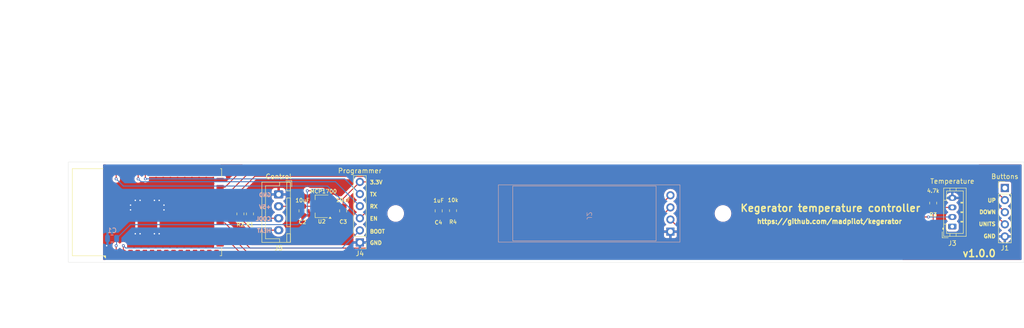
<source format=kicad_pcb>
(kicad_pcb (version 20240108) (generator "pcbnew") (generator_version "8.0")
  (layers (0 "F.Cu" signal) (31 "B.Cu" signal) (34 "B.Paste" user) (35 "F.Paste" user) (36 "B.SilkS" user "B.Silkscreen") (37 "F.SilkS" user "F.Silkscreen") (38 "B.Mask" user) (39 "F.Mask" user) (44 "Edge.Cuts" user))
  (net 0 "")
  (net 1 "GND")
  (net 2 "+3V3")
  (net 3 "+5V")
  (net 4 "COMPRESSOR")
  (net 5 "EN")
  (net 9 "TEMP")
  (net 13 "SCL")
  (net 22 "TEMP_UP")
  (net 23 "UNITS")
  (net 26 "TEMP_DOWN")
  (net 28 "SDA")
  (net 31 "RX")
  (net 33 "TX")
  (net 40 "BOOT")
  (net 42 "/HEAT")
  (net 43 "HEATER")
  (net 44 "/COOL")
  (footprint "Connector_JST:JST_XH_B4B-XH-A_1x04_P2.50mm_Vertical" (layer "F.Cu") (at 115 32.75 -90)
    (property "Reference" "J5" (at 11.25 0 0) (layer "F.SilkS"))
    (property "Value" "Control" (at -3.75 0 0) (layer "F.SilkS"))
    (fp_line (start -2.56 3.51) (end 10.06 3.51) (stroke (width 0.12)) (layer "F.SilkS"))
    (fp_line (start 10.06 3.51) (end 10.06 -2.46) (stroke (width 0.12)) (layer "F.SilkS"))
    (fp_line (start -1.8 2.75) (end 3.75 2.75) (stroke (width 0.12)) (layer "F.SilkS"))
    (fp_line (start 9.3 2.75) (end 3.75 2.75) (stroke (width 0.12)) (layer "F.SilkS"))
    (fp_line (start -2.55 -0.2) (end -1.8 -0.2) (stroke (width 0.12)) (layer "F.SilkS"))
    (fp_line (start -1.8 -0.2) (end -1.8 2.75) (stroke (width 0.12)) (layer "F.SilkS"))
    (fp_line (start 9.3 -0.2) (end 9.3 2.75) (stroke (width 0.12)) (layer "F.SilkS"))
    (fp_line (start 10.05 -0.2) (end 9.3 -0.2) (stroke (width 0.12)) (layer "F.SilkS"))
    (fp_line (start -2.55 -1.7) (end -0.75 -1.7) (stroke (width 0.12)) (layer "F.SilkS"))
    (fp_line (start -0.75 -1.7) (end -0.75 -2.45) (stroke (width 0.12)) (layer "F.SilkS"))
    (fp_line (start 0.75 -1.7) (end 6.75 -1.7) (stroke (width 0.12)) (layer "F.SilkS"))
    (fp_line (start 6.75 -1.7) (end 6.75 -2.45) (stroke (width 0.12)) (layer "F.SilkS"))
    (fp_line (start 8.25 -1.7) (end 10.05 -1.7) (stroke (width 0.12)) (layer "F.SilkS"))
    (fp_line (start 10.05 -1.7) (end 10.05 -2.45) (stroke (width 0.12)) (layer "F.SilkS"))
    (fp_line (start -2.55 -2.45) (end -2.55 -1.7) (stroke (width 0.12)) (layer "F.SilkS"))
    (fp_line (start -0.75 -2.45) (end -2.55 -2.45) (stroke (width 0.12)) (layer "F.SilkS"))
    (fp_line (start 0.75 -2.45) (end 0.75 -1.7) (stroke (width 0.12)) (layer "F.SilkS"))
    (fp_line (start 6.75 -2.45) (end 0.75 -2.45) (stroke (width 0.12)) (layer "F.SilkS"))
    (fp_line (start 8.25 -2.45) (end 8.25 -1.7) (stroke (width 0.12)) (layer "F.SilkS"))
    (fp_line (start 10.05 -2.45) (end 8.25 -2.45) (stroke (width 0.12)) (layer "F.SilkS"))
    (fp_line (start -2.56 -2.46) (end -2.56 3.51) (stroke (width 0.12)) (layer "F.SilkS"))
    (fp_line (start 10.06 -2.46) (end -2.56 -2.46) (stroke (width 0.12)) (layer "F.SilkS"))
    (fp_line (start -2.85 -2.75) (end -2.85 -1.5) (stroke (width 0.12)) (layer "F.SilkS"))
    (fp_line (start -1.6 -2.75) (end -2.85 -2.75) (stroke (width 0.12)) (layer "F.SilkS"))
    (pad "1" thru_hole roundrect (at 0 0 270) (size 1.7 1.95) (drill 0.95) (layers "*.Cu" "*.Mask") (roundrect_rratio 0.147059) (net 1 "GND"))
    (pad "2" thru_hole oval (at 2.5 0 270) (size 1.7 1.95) (drill 0.95) (layers "*.Cu" "*.Mask") (net 3 "+5V"))
    (pad "3" thru_hole oval (at 5 0 270) (size 1.7 1.95) (drill 0.95) (layers "*.Cu" "*.Mask") (net 44 "/COOL"))
    (pad "4" thru_hole oval (at 7.5 0 270) (size 1.7 1.95) (drill 0.95) (layers "*.Cu" "*.Mask") (net 42 "/HEAT"))
  )
  (footprint "Resistor_SMD:R_0805_2012Metric" (layer "F.Cu") (at 151.5 36.1625 -90)
    (property "Reference" "R4" (at 2.366552 0 180) (layer "F.SilkS") (effects (font (size 0.8 0.8))))
    (property "Value" "10k" (at -2.21499 0 180) (layer "F.SilkS") (effects (font (size 0.8 0.8))))
    (fp_line (start -0.227064 0.735) (end 0.227064 0.735) (stroke (width 0.12)) (layer "F.SilkS"))
    (fp_line (start -0.227064 -0.735) (end 0.227064 -0.735) (stroke (width 0.12)) (layer "F.SilkS"))
    (pad "1" smd roundrect (at -0.9125 0 270) (size 1.025 1.4) (layers "F.Cu" "F.Paste" "F.Mask") (roundrect_rratio 0.243902) (net 2 "+3V3"))
    (pad "2" smd roundrect (at 0.9125 0 270) (size 1.025 1.4) (layers "F.Cu" "F.Paste" "F.Mask") (roundrect_rratio 0.243902) (net 5 "EN"))
  )
  (footprint "Resistor_SMD:R_0805_2012Metric" (layer "F.Cu") (at 109 36.8375 90)
    (property "Reference" "R1" (at -2.224554 -0.001059 0) (layer "F.SilkS") (effects (font (size 0.8 0.8))))
    (property "Value" "1.3k" (hide yes))
    (fp_line (start -0.227064 -0.735) (end 0.227064 -0.735) (stroke (width 0.12)) (layer "F.SilkS"))
    (fp_line (start -0.227064 0.735) (end 0.227064 0.735) (stroke (width 0.12)) (layer "F.SilkS"))
    (pad "1" smd roundrect (at -0.9125 0 90) (size 1.025 1.4) (layers "F.Cu" "F.Paste" "F.Mask") (roundrect_rratio 0.243902) (net 44 "/COOL"))
    (pad "2" smd roundrect (at 0.9125 0 90) (size 1.025 1.4) (layers "F.Cu" "F.Paste" "F.Mask") (roundrect_rratio 0.243902) (net 4 "COMPRESSOR"))
  )
  (footprint "Connector_PinHeader_2.54mm:PinHeader_1x05_P2.54mm_Vertical" (layer "F.Cu") (at 267 31.407037)
    (property "Reference" "J1" (at 0 12.592963 0) (layer "F.SilkS"))
    (property "Value" "Buttons" (at 0 -2.407037 0) (layer "F.SilkS"))
    (fp_line (start -1.33 -1.33) (end 0 -1.33) (stroke (width 0.12)) (layer "F.SilkS"))
    (fp_line (start -1.33 0) (end -1.33 -1.33) (stroke (width 0.12)) (layer "F.SilkS"))
    (fp_line (start -1.33 1.27) (end -1.33 11.49) (stroke (width 0.12)) (layer "F.SilkS"))
    (fp_line (start -1.33 1.27) (end 1.33 1.27) (stroke (width 0.12)) (layer "F.SilkS"))
    (fp_line (start -1.33 11.49) (end 1.33 11.49) (stroke (width 0.12)) (layer "F.SilkS"))
    (fp_line (start 1.33 1.27) (end 1.33 11.49) (stroke (width 0.12)) (layer "F.SilkS"))
    (pad "1" thru_hole rect (at 0 0) (size 1.7 1.7) (drill 1) (layers "*.Cu" "*.Mask"))
    (pad "2" thru_hole oval (at 0 2.54) (size 1.7 1.7) (drill 1) (layers "*.Cu" "*.Mask") (net 22 "TEMP_UP"))
    (pad "3" thru_hole oval (at 0 5.08) (size 1.7 1.7) (drill 1) (layers "*.Cu" "*.Mask") (net 26 "TEMP_DOWN"))
    (pad "4" thru_hole oval (at 0 7.62) (size 1.7 1.7) (drill 1) (layers "*.Cu" "*.Mask") (net 23 "UNITS"))
    (pad "5" thru_hole oval (at 0 10.16) (size 1.7 1.7) (drill 1) (layers "*.Cu" "*.Mask") (net 1 "GND"))
  )
  (footprint "MountingHole:MountingHole_3mm" (layer "F.Cu") (at 208 36.75)
    (property "Reference" "H2" (hide yes))
    (property "Value" "MountingHole" (hide yes))
    (pad "" np_thru_hole circle (at 0 0) (size 3 3) (drill 3) (layers "*.Cu" "*.Mask"))
  )
  (footprint "Capacitor_SMD:C_0805_2012Metric" (layer "F.Cu") (at 128.5 36.2 -90)
    (property "Reference" "C3" (at 2.291255 -0.018031 180) (layer "F.SilkS") (effects (font (size 0.8 0.8))))
    (property "Value" "10uF" (at -2.253926 0 180) (layer "F.SilkS") (effects (font (size 0.8 0.8))))
    (fp_line (start -0.261252 0.735) (end 0.261252 0.735) (stroke (width 0.12)) (layer "F.SilkS"))
    (fp_line (start -0.261252 -0.735) (end 0.261252 -0.735) (stroke (width 0.12)) (layer "F.SilkS"))
    (pad "1" smd roundrect (at -0.95 0 270) (size 1 1.45) (layers "F.Cu" "F.Paste" "F.Mask") (net 2 "+3V3"))
    (pad "2" smd roundrect (at 0.95 0 270) (size 1 1.45) (layers "F.Cu" "F.Paste" "F.Mask") (net 1 "GND"))
  )
  (footprint "Resistor_SMD:R_0805_2012Metric" (layer "F.Cu") (at 107 36.8375 90)
    (property "Reference" "R2" (at -2.224554 -0.013092 0) (layer "F.SilkS") (effects (font (size 0.8 0.8))))
    (property "Value" "1.3k" (hide yes))
    (fp_line (start -0.227064 -0.735) (end 0.227064 -0.735) (stroke (width 0.12)) (layer "F.SilkS"))
    (fp_line (start -0.227064 0.735) (end 0.227064 0.735) (stroke (width 0.12)) (layer "F.SilkS"))
    (pad "1" smd roundrect (at -0.9125 0 90) (size 1.025 1.4) (layers "F.Cu" "F.Paste" "F.Mask") (roundrect_rratio 0.243902) (net 42 "/HEAT"))
    (pad "2" smd roundrect (at 0.9125 0 90) (size 1.025 1.4) (layers "F.Cu" "F.Paste" "F.Mask") (roundrect_rratio 0.243902) (net 43 "HEATER"))
  )
  (footprint "Resistor_SMD:R_0805_2012Metric" (layer "F.Cu") (at 252 34.569537 -90)
    (property "Reference" "R3" (at 2.430463 0 180) (layer "F.SilkS") (effects (font (size 0.8 0.8))))
    (property "Value" "4.7k" (at -2.569537 0 180) (layer "F.SilkS") (effects (font (size 0.8 0.8))))
    (fp_line (start -0.227064 0.735) (end 0.227064 0.735) (stroke (width 0.12)) (layer "F.SilkS"))
    (fp_line (start -0.227064 -0.735) (end 0.227064 -0.735) (stroke (width 0.12)) (layer "F.SilkS"))
    (pad "1" smd roundrect (at -0.9125 0 270) (size 1.025 1.4) (layers "F.Cu" "F.Paste" "F.Mask") (roundrect_rratio 0.243902) (net 2 "+3V3"))
    (pad "2" smd roundrect (at 0.9125 0 270) (size 1.025 1.4) (layers "F.Cu" "F.Paste" "F.Mask") (roundrect_rratio 0.243902) (net 9 "TEMP"))
  )
  (footprint "Capacitor_SMD:C_0805_2012Metric" (layer "F.Cu") (at 148.5 36.2 -90)
    (property "Reference" "C4" (at 2.433331 0.047565 180) (layer "F.SilkS") (effects (font (size 0.8 0.8))))
    (property "Value" "1uF" (at -2.170583 0.013462 180) (layer "F.SilkS") (effects (font (size 0.8 0.8))))
    (fp_line (start -0.261252 0.735) (end 0.261252 0.735) (stroke (width 0.12)) (layer "F.SilkS"))
    (fp_line (start -0.261252 -0.735) (end 0.261252 -0.735) (stroke (width 0.12)) (layer "F.SilkS"))
    (pad "1" smd roundrect (at -0.95 0 270) (size 1 1.45) (layers "F.Cu" "F.Paste" "F.Mask") (net 5 "EN"))
    (pad "2" smd roundrect (at 0.95 0 270) (size 1 1.45) (layers "F.Cu" "F.Paste" "F.Mask") (net 1 "GND"))
  )
  (footprint "RF_Module:ESP32-S2-WROVER" (layer "F.Cu") (at 91.275 36.482037 90)
    (property "Reference" "U1" (hide yes))
    (property "Value" "ESP32-S2-WROVER")
    (fp_line (start -9.125 -19.45) (end 9.13 -19.45) (stroke (width 0.12)) (layer "F.SilkS"))
    (fp_line (start -9.125 -13.2) (end -9.125 -19.45) (stroke (width 0.12)) (layer "F.SilkS"))
    (fp_line (start 9.13 -13.03) (end 9.13 -19.45) (stroke (width 0.12)) (layer "F.SilkS"))
    (fp_line (start -9.12 11.44) (end -9.12 11.8) (stroke (width 0.12)) (layer "F.SilkS"))
    (fp_line (start 9.12 11.54) (end 9.12 11.8) (stroke (width 0.12)) (layer "F.SilkS"))
    (fp_line (start 9.12 11.8) (end 7.46 11.8) (stroke (width 0.12)) (layer "F.SilkS"))
    (fp_line (start -9.12 11.8) (end -7.46 11.8) (stroke (width 0.12)) (layer "F.SilkS"))
    (fp_poly (pts (xy -9.125 -12.475) (xy -9.625 -12.475) (xy -9.125 -12.975) (xy -9.125 -12.475)) (stroke (width 0.12)) (fill solid) (layer "F.SilkS"))
    (pad "1" smd rect (at -8.625 -11.775 90) (size 1.5 0.9) (layers "F.Cu" "F.Paste" "F.Mask") (net 1 "GND"))
    (pad "2" smd rect (at -8.625 -10.275 90) (size 1.5 0.9) (layers "F.Cu" "F.Paste" "F.Mask") (net 2 "+3V3"))
    (pad "3" smd rect (at -8.625 -8.775 90) (size 1.5 0.9) (layers "F.Cu" "F.Paste" "F.Mask") (net 40 "BOOT"))
    (pad "4" smd rect (at -8.625 -7.275 90) (size 1.5 0.9) (layers "F.Cu" "F.Paste" "F.Mask"))
    (pad "5" smd rect (at -8.625 -5.775 90) (size 1.5 0.9) (layers "F.Cu" "F.Paste" "F.Mask"))
    (pad "6" smd rect (at -8.625 -4.275 90) (size 1.5 0.9) (layers "F.Cu" "F.Paste" "F.Mask"))
    (pad "7" smd rect (at -8.625 -2.775 90) (size 1.5 0.9) (layers "F.Cu" "F.Paste" "F.Mask"))
    (pad "8" smd rect (at -8.625 -1.275 90) (size 1.5 0.9) (layers "F.Cu" "F.Paste" "F.Mask"))
    (pad "9" smd rect (at -8.625 0.225 90) (size 1.5 0.9) (layers "F.Cu" "F.Paste" "F.Mask"))
    (pad "10" smd rect (at -8.625 1.725 90) (size 1.5 0.9) (layers "F.Cu" "F.Paste" "F.Mask"))
    (pad "11" smd rect (at -8.625 3.225 90) (size 1.5 0.9) (layers "F.Cu" "F.Paste" "F.Mask"))
    (pad "12" smd rect (at -8.625 4.725 90) (size 1.5 0.9) (layers "F.Cu" "F.Paste" "F.Mask"))
    (pad "13" smd rect (at -8.625 6.225 90) (size 1.5 0.9) (layers "F.Cu" "F.Paste" "F.Mask"))
    (pad "14" smd rect (at -8.625 7.725 90) (size 1.5 0.9) (layers "F.Cu" "F.Paste" "F.Mask"))
    (pad "15" smd rect (at -8.625 9.225 270) (size 1.5 0.9) (layers "F.Cu" "F.Paste" "F.Mask"))
    (pad "16" smd rect (at -8.625 10.725 270) (size 1.5 0.9) (layers "F.Cu" "F.Paste" "F.Mask"))
    (pad "17" smd rect (at -6.75 11.475 90) (size 0.9 1.5) (layers "F.Cu" "F.Paste" "F.Mask"))
    (pad "18" smd rect (at -5.25 11.475 90) (size 0.9 1.5) (layers "F.Cu" "F.Paste" "F.Mask") (net 9 "TEMP"))
    (pad "19" smd rect (at -3.75 11.475 90) (size 0.9 1.5) (layers "F.Cu" "F.Paste" "F.Mask") (net 13 "SCL"))
    (pad "20" smd rect (at -2.25 11.475 90) (size 0.9 1.5) (layers "F.Cu" "F.Paste" "F.Mask") (net 28 "SDA"))
    (pad "21" smd rect (at -0.75 11.475 90) (size 0.9 1.5) (layers "F.Cu" "F.Paste" "F.Mask") (net 43 "HEATER"))
    (pad "22" smd rect (at 0.75 11.475 90) (size 0.9 1.5) (layers "F.Cu" "F.Paste" "F.Mask") (net 4 "COMPRESSOR"))
    (pad "23" smd rect (at 2.25 11.475 90) (size 0.9 1.5) (layers "F.Cu" "F.Paste" "F.Mask") (net 23 "UNITS"))
    (pad "24" smd rect (at 3.75 11.475 90) (size 0.9 1.5) (layers "F.Cu" "F.Paste" "F.Mask") (net 26 "TEMP_DOWN"))
    (pad "25" smd rect (at 5.25 11.475 90) (size 0.9 1.5) (layers "F.Cu" "F.Paste" "F.Mask") (net 22 "TEMP_UP"))
    (pad "26" smd rect (at 6.75 11.475 90) (size 0.9 1.5) (layers "F.Cu" "F.Paste" "F.Mask") (net 1 "GND"))
    (pad "27" smd rect (at 8.625 10.825 90) (size 1.5 0.9) (layers "F.Cu" "F.Paste" "F.Mask"))
    (pad "28" smd rect (at 8.625 9.325 90) (size 1.5 0.9) (layers "F.Cu" "F.Paste" "F.Mask"))
    (pad "29" smd rect (at 8.625 7.825 90) (size 1.5 0.9) (layers "F.Cu" "F.Paste" "F.Mask"))
    (pad "30" smd rect (at 8.625 6.325 90) (size 1.5 0.9) (layers "F.Cu" "F.Paste" "F.Mask"))
    (pad "31" smd rect (at 8.625 4.825 90) (size 1.5 0.9) (layers "F.Cu" "F.Paste" "F.Mask"))
    (pad "32" smd rect (at 8.625 3.325 90) (size 1.5 0.9) (layers "F.Cu" "F.Paste" "F.Mask"))
    (pad "33" smd rect (at 8.625 1.825 90) (size 1.5 0.9) (layers "F.Cu" "F.Paste" "F.Mask"))
    (pad "34" smd rect (at 8.625 0.325 90) (size 1.5 0.9) (layers "F.Cu" "F.Paste" "F.Mask"))
    (pad "35" smd rect (at 8.625 -1.175 90) (size 1.5 0.9) (layers "F.Cu" "F.Paste" "F.Mask"))
    (pad "36" smd rect (at 8.625 -2.675 90) (size 1.5 0.9) (layers "F.Cu" "F.Paste" "F.Mask"))
    (pad "37" smd rect (at 8.625 -4.175 90) (size 1.5 0.9) (layers "F.Cu" "F.Paste" "F.Mask") (net 33 "TX"))
    (pad "38" smd rect (at 8.625 -5.675 90) (size 1.5 0.9) (layers "F.Cu" "F.Paste" "F.Mask") (net 31 "RX"))
    (pad "39" smd rect (at 8.625 -7.175 90) (size 1.5 0.9) (layers "F.Cu" "F.Paste" "F.Mask"))
    (pad "40" smd rect (at 8.625 -8.775 90) (size 1.5 0.9) (layers "F.Cu" "F.Paste" "F.Mask"))
    (pad "41" smd rect (at 8.625 -10.275 90) (size 1.5 0.9) (layers "F.Cu" "F.Paste" "F.Mask") (net 5 "EN"))
    (pad "42" smd rect (at 8.625 -11.675 90) (size 1.5 0.9) (layers "F.Cu" "F.Paste" "F.Mask") (net 1 "GND"))
    (pad "43" smd rect (at -1.19 -3.735 90) (size 4.1 4.1) (layers "F.Cu" "F.Paste" "F.Mask") (net 1 "GND"))
    (zone (net 0) (net_name "") (layers "*.Cu") (connect_pads (clearance 0)) (min_thickness 0.254)
      (keepout (tracks not_allowed) (vias not_allowed) (pads not_allowed) (copperpour not_allowed) (footprints not_allowed))
      (fill (thermal_gap 0.508) (thermal_bridge_width 0.508))
      (polygon (pts (xy 78.252 60.482037) (xy 78.252 12.482037) (xy 56.952 12.482037) (xy 56.952 60.482037)))
    )
  )
  (footprint "Connector_JST:JST_PH_B4B-PH-K_1x04_P2.00mm_Vertical" (layer "F.Cu") (at 256 39.482037 90)
    (property "Reference" "J3" (at -3.517963 0 0) (layer "F.SilkS"))
    (property "Value" "Temperature" (at 9.482037 0 0) (layer "F.SilkS"))
    (fp_line (start -1.11 -2.11) (end -2.36 -2.11) (stroke (width 0.12)) (layer "F.SilkS"))
    (fp_line (start -2.36 -2.11) (end -2.36 -0.86) (stroke (width 0.12)) (layer "F.SilkS"))
    (fp_line (start -0.3 -2.01) (end -0.6 -2.01) (stroke (width 0.12)) (layer "F.SilkS"))
    (fp_line (start -0.6 -2.01) (end -0.6 -1.81) (stroke (width 0.12)) (layer "F.SilkS"))
    (fp_line (start -0.3 -1.91) (end -0.6 -1.91) (stroke (width 0.12)) (layer "F.SilkS"))
    (fp_line (start 8.06 -1.81) (end -2.06 -1.81) (stroke (width 0.12)) (layer "F.SilkS"))
    (fp_line (start 0.5 -1.81) (end 0.5 -1.2) (stroke (width 0.12)) (layer "F.SilkS"))
    (fp_line (start -0.3 -1.81) (end -0.3 -2.01) (stroke (width 0.12)) (layer "F.SilkS"))
    (fp_line (start -2.06 -1.81) (end -2.06 2.91) (stroke (width 0.12)) (layer "F.SilkS"))
    (fp_line (start 7.45 -1.2) (end 5.5 -1.2) (stroke (width 0.12)) (layer "F.SilkS"))
    (fp_line (start 5.5 -1.2) (end 5.5 -1.81) (stroke (width 0.12)) (layer "F.SilkS"))
    (fp_line (start 0.5 -1.2) (end -1.45 -1.2) (stroke (width 0.12)) (layer "F.SilkS"))
    (fp_line (start -1.45 -1.2) (end -1.45 2.3) (stroke (width 0.12)) (layer "F.SilkS"))
    (fp_line (start 8.06 -0.5) (end 7.45 -0.5) (stroke (width 0.12)) (layer "F.SilkS"))
    (fp_line (start -2.06 -0.5) (end -1.45 -0.5) (stroke (width 0.12)) (layer "F.SilkS"))
    (fp_line (start 8.06 0.8) (end 7.45 0.8) (stroke (width 0.12)) (layer "F.SilkS"))
    (fp_line (start -2.06 0.8) (end -1.45 0.8) (stroke (width 0.12)) (layer "F.SilkS"))
    (fp_line (start 5.1 1.8) (end 5.1 2.3) (stroke (width 0.12)) (layer "F.SilkS"))
    (fp_line (start 4.9 1.8) (end 5.1 1.8) (stroke (width 0.12)) (layer "F.SilkS"))
    (fp_line (start 3.1 1.8) (end 3.1 2.3) (stroke (width 0.12)) (layer "F.SilkS"))
    (fp_line (start 2.9 1.8) (end 3.1 1.8) (stroke (width 0.12)) (layer "F.SilkS"))
    (fp_line (start 1.1 1.8) (end 1.1 2.3) (stroke (width 0.12)) (layer "F.SilkS"))
    (fp_line (start 0.9 1.8) (end 1.1 1.8) (stroke (width 0.12)) (layer "F.SilkS"))
    (fp_line (start 7.45 2.3) (end 7.45 -1.2) (stroke (width 0.12)) (layer "F.SilkS"))
    (fp_line (start 5 2.3) (end 5 1.8) (stroke (width 0.12)) (layer "F.SilkS"))
    (fp_line (start 4.9 2.3) (end 4.9 1.8) (stroke (width 0.12)) (layer "F.SilkS"))
    (fp_line (start 3 2.3) (end 3 1.8) (stroke (width 0.12)) (layer "F.SilkS"))
    (fp_line (start 2.9 2.3) (end 2.9 1.8) (stroke (width 0.12)) (layer "F.SilkS"))
    (fp_line (start 1 2.3) (end 1 1.8) (stroke (width 0.12)) (layer "F.SilkS"))
    (fp_line (start 0.9 2.3) (end 0.9 1.8) (stroke (width 0.12)) (layer "F.SilkS"))
    (fp_line (start -1.45 2.3) (end 7.45 2.3) (stroke (width 0.12)) (layer "F.SilkS"))
    (fp_line (start 8.06 2.91) (end 8.06 -1.81) (stroke (width 0.12)) (layer "F.SilkS"))
    (fp_line (start -2.06 2.91) (end 8.06 2.91) (stroke (width 0.12)) (layer "F.SilkS"))
    (pad "1" thru_hole roundrect (at 0 0 90) (size 1.2 1.75) (drill 0.75) (layers "*.Cu" "*.Mask") (roundrect_rratio 0.208333))
    (pad "2" thru_hole oval (at 2 0 90) (size 1.2 1.75) (drill 0.75) (layers "*.Cu" "*.Mask") (net 2 "+3V3"))
    (pad "3" thru_hole oval (at 4 0 90) (size 1.2 1.75) (drill 0.75) (layers "*.Cu" "*.Mask") (net 9 "TEMP"))
    (pad "4" thru_hole oval (at 6 0 90) (size 1.2 1.75) (drill 0.75) (layers "*.Cu" "*.Mask") (net 1 "GND"))
  )
  (footprint "Package_TO_SOT_SMD:SOT-89-3" (layer "F.Cu") (at 124 35.25 180)
    (property "Reference" "U2" (at -0.027514 -3.181611 180) (layer "F.SilkS") (effects (font (size 0.8 0.8))))
    (property "Value" "MCP1700" (at -0.375524 3.132294 180) (layer "F.SilkS") (effects (font (size 0.8 0.8))))
    (fp_line (start 1.36 2.36) (end -1.36 2.36) (stroke (width 0.12)) (layer "F.SilkS"))
    (fp_line (start 1.36 1.38) (end 1.36 2.36) (stroke (width 0.12)) (layer "F.SilkS"))
    (fp_line (start 1.36 -1.38) (end 1.36 -2.36) (stroke (width 0.12)) (layer "F.SilkS"))
    (fp_line (start -1.22 -2.36) (end 1.36 -2.36) (stroke (width 0.12)) (layer "F.SilkS"))
    (fp_poly (pts (xy -1.77 -2.21) (xy -2.01 -2.54) (xy -1.53 -2.54) (xy -1.77 -2.21)) (stroke (width 0.12)) (fill solid) (layer "F.SilkS"))
    (pad "1" smd roundrect (at -1.95 -1.5 180) (size 1.3 0.9) (layers "F.Cu" "F.Paste" "F.Mask") (net 1 "GND"))
    (pad "2" smd custom (at -1.8625 0 180) (size 1.475 0.9) (layers "F.Cu" "F.Paste" "F.Mask") (net 3 "+5V") (options (clearance outline) (anchor rect)) (primitives (gr_poly (pts (xy 3.8625 0.8665) (xy 0.7375 0.8665) (xy 0.7375 -0.8665) (xy 3.8625 -0.8665)) (width 0) (fill yes))))
    (pad "3" smd roundrect (at -1.95 1.5 180) (size 1.3 0.9) (layers "F.Cu" "F.Paste" "F.Mask") (net 2 "+3V3"))
  )
  (footprint "Capacitor_SMD:C_0805_2012Metric" (layer "F.Cu") (at 120 36.2 -90)
    (property "Reference" "C2" (at 2.357608 0.003272 180) (layer "F.SilkS") (effects (font (size 0.8 0.8))))
    (property "Value" "10uF" (at -2.2 0 180) (layer "F.SilkS") (effects (font (size 0.8 0.8))))
    (fp_line (start -0.261252 0.735) (end 0.261252 0.735) (stroke (width 0.12)) (layer "F.SilkS"))
    (fp_line (start -0.261252 -0.735) (end 0.261252 -0.735) (stroke (width 0.12)) (layer "F.SilkS"))
    (pad "1" smd roundrect (at -0.95 0 270) (size 1 1.45) (layers "F.Cu" "F.Paste" "F.Mask") (net 3 "+5V"))
    (pad "2" smd roundrect (at 0.95 0 270) (size 1 1.45) (layers "F.Cu" "F.Paste" "F.Mask") (net 1 "GND"))
  )
  (footprint "Connector_PinHeader_2.54mm:PinHeader_1x06_P2.54mm_Vertical" (layer "F.Cu") (at 132 42.832037 180)
    (property "Reference" "J4" (at 0 -2.33 180) (layer "F.SilkS"))
    (property "Value" "Programmer" (at 0 15.03 180) (layer "F.SilkS"))
    (fp_line (start 1.33 1.27) (end 1.33 14.03) (stroke (width 0.12)) (layer "F.SilkS"))
    (fp_line (start -1.33 14.03) (end 1.33 14.03) (stroke (width 0.12)) (layer "F.SilkS"))
    (fp_line (start -1.33 1.27) (end 1.33 1.27) (stroke (width 0.12)) (layer "F.SilkS"))
    (fp_line (start -1.33 1.27) (end -1.33 14.03) (stroke (width 0.12)) (layer "F.SilkS"))
    (fp_line (start -1.33 0) (end -1.33 -1.33) (stroke (width 0.12)) (layer "F.SilkS"))
    (fp_line (start -1.33 -1.33) (end 0 -1.33) (stroke (width 0.12)) (layer "F.SilkS"))
    (pad "1" thru_hole rect (at 0 0 180) (size 1.7 1.7) (drill 1) (layers "*.Cu" "*.Mask") (net 1 "GND"))
    (pad "2" thru_hole oval (at 0 2.54 180) (size 1.7 1.7) (drill 1) (layers "*.Cu" "*.Mask") (net 40 "BOOT"))
    (pad "3" thru_hole oval (at 0 5.08 180) (size 1.7 1.7) (drill 1) (layers "*.Cu" "*.Mask") (net 5 "EN"))
    (pad "4" thru_hole oval (at 0 7.62 180) (size 1.7 1.7) (drill 1) (layers "*.Cu" "*.Mask") (net 31 "RX"))
    (pad "5" thru_hole oval (at 0 10.16 180) (size 1.7 1.7) (drill 1) (layers "*.Cu" "*.Mask") (net 33 "TX"))
    (pad "6" thru_hole oval (at 0 12.7 180) (size 1.7 1.7) (drill 1) (layers "*.Cu" "*.Mask") (net 2 "+3V3"))
  )
  (footprint "MountingHole:MountingHole_3mm" (layer "F.Cu") (at 139.5 36.75)
    (property "Reference" "H1" (hide yes))
    (property "Value" "MountingHole" (hide yes))
    (pad "" np_thru_hole circle (at 0 0) (size 3 3) (drill 3) (layers "*.Cu" "*.Mask"))
  )
  (footprint "Capacitor_SMD:C_0805_2012Metric" (layer "B.Cu") (at 80.12906 42 180)
    (property "Reference" "C1" (at 0 1.68 180) (layer "B.SilkS") (effects (justify mirror)))
    (property "Value" "0.1uF")
    (fp_line (start 0.261252 0.735) (end -0.261252 0.735) (stroke (width 0.12)) (layer "B.SilkS"))
    (fp_line (start 0.261252 -0.735) (end -0.261252 -0.735) (stroke (width 0.12)) (layer "B.SilkS"))
    (pad "1" smd roundrect (at -0.95 0 180) (size 1 1.45) (layers "B.Cu" "B.Paste" "B.Mask") (net 2 "+3V3"))
    (pad "2" smd roundrect (at 0.95 0 180) (size 1 1.45) (layers "B.Cu" "B.Paste" "B.Mask") (net 1 "GND"))
  )
  (footprint "Display:0.91 Inch OLED Module 128X32" (layer "B.Cu") (at 180 36.75)
    (property "Reference" "J2" (at 0 0.5 -90) (layer "B.SilkS") (effects (font (thickness 0.1)) (justify mirror)))
    (property "Value" "LCD")
    (fp_rect (start 14 -5.75) (end -16 5.75) (stroke (width 0.1)) (fill none) (layer "B.SilkS"))
    (fp_rect (start 19 -6) (end -19 6) (stroke (width 0.1)) (fill none) (layer "B.SilkS"))
    (pad "1" thru_hole rect (at 17 3.81) (size 1.7 1.7) (drill 1) (layers "*.Cu" "*.Mask") (net 1 "GND"))
    (pad "2" thru_hole circle (at 17 1.27) (size 1.7 1.7) (drill 1) (layers "*.Cu" "*.Mask") (net 2 "+3V3"))
    (pad "3" thru_hole circle (at 17 -1.27) (size 1.7 1.7) (drill 1) (layers "*.Cu" "*.Mask") (net 13 "SCL"))
    (pad "4" thru_hole circle (at 17 -3.81) (size 1.7 1.7) (drill 1) (layers "*.Cu" "*.Mask") (net 28 "SDA"))
  )
  (gr_line (start 133.5 32) (end 133.5 34) (stroke (width 0.2)) (layer "F.Cu") (net 5))
  (gr_line (start 134.5 31) (end 133.5 32) (stroke (width 0.2)) (layer "F.Cu") (net 5))
  (gr_line (start 142 31) (end 134.5 31) (stroke (width 0.2)) (layer "F.Cu") (net 5))
  (gr_rect (start 71 25.982037) (end 271 46.982037) (stroke (width 0.05)) (fill none) (layer "Edge.Cuts"))
  (gr_text "HEAT\n" (at 113.49598 40.831 -0) (layer "B.SilkS") (effects (font (size 0.8 0.8) (thickness 0.2) (bold yes)) (justify left bottom mirror)))
  (gr_text "GND" (at 113.49598 33.331 0) (layer "B.SilkS") (effects (font (size 0.8 0.8) (thickness 0.2) (bold yes)) (justify left bottom mirror)))
  (gr_text "+5V" (at 113.49598 35.831 -0) (layer "B.SilkS") (effects (font (size 0.8 0.8) (thickness 0.2) (bold yes)) (justify left bottom mirror)))
  (gr_text "COOL" (at 113.49598 38.331 -0) (layer "B.SilkS") (effects (font (size 0.8 0.8) (thickness 0.2) (bold yes)) (justify left bottom mirror)))
  (gr_text "Kegerator temperature controller" (at 211.5 36.5 0) (layer "F.SilkS") (effects (font (size 1.5 1.5) (thickness 0.3) (bold yes)) (justify left bottom)))
  (gr_text "3.3V" (at 134 30.676725 0) (layer "F.SilkS") (effects (font (size 0.8 0.8) (thickness 0.1875) (bold yes)) (justify left bottom)))
  (gr_text "TX" (at 134 33.216725 0) (layer "F.SilkS") (effects (font (size 0.8 0.8) (thickness 0.1875) (bold yes)) (justify left bottom)))
  (gr_text "\nUP" (at 263.307249 34.479115 0) (layer "F.SilkS") (effects (font (size 0.8 0.8) (thickness 0.2) (bold yes)) (justify left bottom)))
  (gr_text "GND" (at 134 43.376725 0) (layer "F.SilkS") (effects (font (size 0.8 0.8) (thickness 0.1875) (bold yes)) (justify left bottom)))
  (gr_text "BOOT\n" (at 134 41 0) (layer "F.SilkS") (effects (font (size 0.8 0.8) (thickness 0.1875) (bold yes)) (justify left bottom)))
  (gr_text "v1.0.0" (at 258 46 0) (layer "F.SilkS") (effects (font (size 1.5 1.5) (thickness 0.3) (bold yes)) (justify left bottom)))
  (gr_text "DOWN\n" (at 261.554064 36.92542 0) (layer "F.SilkS") (effects (font (size 0.8 0.8) (thickness 0.2) (bold yes)) (justify left bottom)))
  (gr_text "EN" (at 134 38.296725 0) (layer "F.SilkS") (effects (font (size 0.8 0.8) (thickness 0.1875) (bold yes)) (justify left bottom)))
  (gr_text "RX\n" (at 134 35.756725 0) (layer "F.SilkS") (effects (font (size 0.8 0.8) (thickness 0.1875) (bold yes)) (justify left bottom)))
  (gr_text "GND" (at 262.451042 41.981115 0) (layer "F.SilkS") (effects (font (size 0.8 0.8) (thickness 0.2) (bold yes)) (justify left bottom)))
  (gr_text "https://github.com/madpilot/kegerator" (at 215 39 0) (layer "F.SilkS") (effects (font (size 1 1) (thickness 0.25) (bold yes)) (justify left bottom)))
  (gr_text "UNITS\n" (at 261.460566 39.441115 0) (layer "F.SilkS") (effects (font (size 0.8 0.8) (thickness 0.2) (bold yes)) (justify left bottom)))
  (via (at 85 41) (size 0.6) (drill 0.3) (layers "F.Cu" "B.Cu") (net 1))
  (via (at 85 34) (size 0.6) (drill 0.3) (layers "F.Cu" "B.Cu") (net 1))
  (via (at 86 41) (size 0.6) (drill 0.3) (layers "F.Cu" "B.Cu") (net 1))
  (via (at 84 35) (size 0.6) (drill 0.3) (layers "F.Cu" "B.Cu") (net 1))
  (via (at 91 35) (size 0.6) (drill 0.3) (layers "F.Cu" "B.Cu") (net 1))
  (via (at 86 34) (size 0.6) (drill 0.3) (layers "F.Cu" "B.Cu") (net 1))
  (via (at 79 43.5) (size 0.6) (drill 0.3) (layers "F.Cu" "B.Cu") (net 1))
  (via (at 89 41) (size 0.6) (drill 0.3) (layers "F.Cu" "B.Cu") (net 1))
  (via (at 84 36) (size 0.6) (drill 0.3) (layers "F.Cu" "B.Cu") (net 1))
  (via (at 90 41) (size 0.6) (drill 0.3) (layers "F.Cu" "B.Cu") (net 1))
  (via (at 89 34) (size 0.6) (drill 0.3) (layers "F.Cu" "B.Cu") (net 1))
  (via (at 90 34) (size 0.6) (drill 0.3) (layers "F.Cu" "B.Cu") (net 1))
  (via (at 91 36) (size 0.6) (drill 0.3) (layers "F.Cu" "B.Cu") (net 1))
  (segment (start 151.5 35.25) (end 151.5 30.132037) (width 0.2) (layer "F.Cu") (net 2))
  (segment (start 132 30.132037) (end 142 30.132037) (width 0.2) (layer "F.Cu") (net 2))
  (segment (start 250.010389 37.482037) (end 250 37.492426) (width 0.2) (layer "F.Cu") (net 2))
  (segment (start 252 33.657037) (end 251.342963 33.657037) (width 0.2) (layer "F.Cu") (net 2))
  (segment (start 197 38.02) (end 203.98 45) (width 0.2) (layer "F.Cu") (net 2))
  (segment (start 250 37.492426) (end 250 37) (width 0.2) (layer "F.Cu") (net 2))
  (segment (start 125.95 33.75) (end 124.2 32) (width 0.2) (layer "F.Cu") (net 2))
  (segment (start 250 37) (end 250 35) (width 0.2) (layer "F.Cu") (net 2))
  (segment (start 142 30.132037) (end 146 30.132037) (width 0.2) (layer "F.Cu") (net 2))
  (segment (start 128.382037 33.75) (end 128.5 33.632037) (width 0.2) (layer "F.Cu") (net 2))
  (segment (start 245 45) (end 204.5 45) (width 0.2) (layer "F.Cu") (net 2))
  (segment (start 203.98 45) (end 204.5 45) (width 0.2) (layer "F.Cu") (net 2))
  (segment (start 151.5 30.132037) (end 248.475 30.132037) (width 0.2) (layer "F.Cu") (net 2))
  (segment (start 125.95 33.75) (end 128.382037 33.75) (width 0.2) (layer "F.Cu") (net 2))
  (segment (start 250 40) (end 250 37.492426) (width 0.2) (layer "F.Cu") (net 2))
  (segment (start 250 40) (end 245 45) (width 0.2) (layer "F.Cu") (net 2))
  (segment (start 251.342963 33.657037) (end 250 35) (width 0.2) (layer "F.Cu") (net 2))
  (segment (start 132 30.132037) (end 128.5 33.632037) (width 0.2) (layer "F.Cu") (net 2))
  (segment (start 251 37.482037) (end 250.010389 37.482037) (width 0.2) (layer "F.Cu") (net 2))
  (segment (start 248.475 30.132037) (end 252 33.657037) (width 0.2) (layer "F.Cu") (net 2))
  (segment (start 81 43.5) (end 81 45.107037) (width 0.2) (layer "F.Cu") (net 2))
  (segment (start 146 30.132037) (end 151.5 30.132037) (width 0.2) (layer "F.Cu") (net 2))
  (segment (start 128.5 33.632037) (end 128.5 35.25) (width 0.2) (layer "F.Cu") (net 2))
  (segment (start 124.2 32) (end 121 32) (width 0.2) (layer "F.Cu") (net 2))
  (segment (start 146.05 30.182037) (end 146 30.132037) (width 0.2) (layer "F.Cu") (net 2))
  (via (at 251 37.482037) (size 0.6) (drill 0.3) (layers "F.Cu" "B.Cu") (net 2))
  (via (at 121 32) (size 0.6) (drill 0.3) (layers "F.Cu" "B.Cu") (net 2))
  (via (at 81 43.5) (size 0.6) (drill 0.3) (layers "F.Cu" "B.Cu") (net 2))
  (segment (start 81.07906 42) (end 81.07906 43.42094) (width 0.2) (layer "B.Cu") (net 2))
  (segment (start 81.07906 43.42094) (end 81 43.5) (width 0.2) (layer "B.Cu") (net 2))
  (segment (start 251 37.482037) (end 256 37.482037) (width 0.2) (layer "B.Cu") (net 2))
  (segment (start 83.99156 39.0875) (end 81.07906 42) (width 0.2) (layer "B.Cu") (net 2))
  (segment (start 121 37.0875) (end 119 39.0875) (width 0.2) (layer "B.Cu") (net 2))
  (segment (start 121 32) (end 121 37.0875) (width 0.2) (layer "B.Cu") (net 2))
  (segment (start 119 39.0875) (end 83.99156 39.0875) (width 0.2) (layer "B.Cu") (net 2))
  (segment (start 119.95 35.25) (end 115 35.25) (width 0.2) (layer "F.Cu") (net 3))
  (segment (start 125.8625 35.25) (end 120 35.25) (width 0.2) (layer "F.Cu") (net 3))
  (segment (start 103.369537 35.1125) (end 102.75 35.732037) (width 0.2) (layer "F.Cu") (net 4))
  (segment (start 109 35.925) (end 108.1875 35.1125) (width 0.2) (layer "F.Cu") (net 4))
  (segment (start 108.1875 35.1125) (end 103.369537 35.1125) (width 0.2) (layer "F.Cu") (net 4))
  (segment (start 147.45 31) (end 148.5 32.05) (width 0.2) (layer "F.Cu") (net 5))
  (segment (start 81 29.5) (end 81 27.857037) (width 0.2) (layer "F.Cu") (net 5))
  (segment (start 148.5 32.05) (end 148.5 35.25) (width 0.2) (layer "F.Cu") (net 5))
  (segment (start 148.5 35.625) (end 148.5 35.5375) (width 0.2) (layer "F.Cu") (net 5))
  (segment (start 132 37.752037) (end 133.5 36.252037) (width 0.2) (layer "F.Cu") (net 5))
  (segment (start 149.675 35.25) (end 151.5 37.075) (width 0.2) (layer "F.Cu") (net 5))
  (segment (start 148.5 35.25) (end 149.675 35.25) (width 0.2) (layer "F.Cu") (net 5))
  (segment (start 133.5 36.252037) (end 133.5 34) (width 0.2) (layer "F.Cu") (net 5))
  (segment (start 142 31) (end 147.45 31) (width 0.2) (layer "F.Cu") (net 5))
  (via (at 81 29.5) (size 0.6) (drill 0.3) (layers "F.Cu" "B.Cu") (net 5))
  (segment (start 125.247963 31) (end 82.5 31) (width 0.2) (layer "B.Cu") (net 5))
  (segment (start 132 37.752037) (end 125.247963 31) (width 0.2) (layer "B.Cu") (net 5))
  (segment (start 82.5 31) (end 81 29.5) (width 0.2) (layer "B.Cu") (net 5))
  (segment (start 102.42906 41.732037) (end 103.732037 41.732037) (width 0.2) (layer "F.Cu") (net 9))
  (segment (start 103.732037 41.732037) (end 108 46) (width 0.2) (layer "F.Cu") (net 9))
  (segment (start 252 39) (end 245 46) (width 0.2) (layer "F.Cu") (net 9))
  (segment (start 108 46) (end 245 46) (width 0.2) (layer "F.Cu") (net 9))
  (segment (start 256 35.482037) (end 252 35.482037) (width 0.2) (layer "F.Cu") (net 9))
  (segment (start 252 35.482037) (end 252 39) (width 0.2) (layer "F.Cu") (net 9))
  (segment (start 102.42906 40.232037) (end 102.661097 40) (width 0.2) (layer "F.Cu") (net 13))
  (segment (start 197 35.48) (end 187.48 45) (width 0.2) (layer "F.Cu") (net 13))
  (segment (start 103.767963 40.232037) (end 102.42906 40.232037) (width 0.2) (layer "F.Cu") (net 13))
  (segment (start 187.48 45) (end 108.535926 45) (width 0.2) (layer "F.Cu") (net 13))
  (segment (start 108.535926 45) (end 103.767963 40.232037) (width 0.2) (layer "F.Cu") (net 13))
  (segment (start 261 27) (end 108 27) (width 0.2) (layer "F.Cu") (net 22))
  (segment (start 262 28.947037) (end 267 33.947037) (width 0.2) (layer "F.Cu") (net 22))
  (segment (start 108 27) (end 103.767963 31.232037) (width 0.2) (layer "F.Cu") (net 22))
  (segment (start 262 28) (end 262 28.947037) (width 0.2) (layer "F.Cu") (net 22))
  (segment (start 261 27) (end 262 28) (width 0.2) (layer "F.Cu") (net 22))
  (segment (start 103.767963 31.232037) (end 102.75 31.232037) (width 0.2) (layer "F.Cu") (net 22))
  (segment (start 260 32.027037) (end 267 39.027037) (width 0.2) (layer "F.Cu") (net 23))
  (segment (start 102.75 34.232037) (end 104.75 34.232037) (width 0.2) (layer "F.Cu") (net 23))
  (segment (start 104.75 34.232037) (end 110 28.982037) (width 0.2) (layer "F.Cu") (net 23))
  (segment (start 110 28.982037) (end 258.982037 28.982037) (width 0.2) (layer "F.Cu") (net 23))
  (segment (start 258.982037 28.982037) (end 260 30) (width 0.2) (layer "F.Cu") (net 23))
  (segment (start 260 30) (end 260 32.027037) (width 0.2) (layer "F.Cu") (net 23))
  (segment (start 261 30.487037) (end 267 36.487037) (width 0.2) (layer "F.Cu") (net 26))
  (segment (start 102.75 32.732037) (end 104.267963 32.732037) (width 0.2) (layer "F.Cu") (net 26))
  (segment (start 261 29) (end 261 30.487037) (width 0.2) (layer "F.Cu") (net 26))
  (segment (start 104.267963 32.732037) (end 109 28) (width 0.2) (layer "F.Cu") (net 26))
  (segment (start 260 28) (end 261 29) (width 0.2) (layer "F.Cu") (net 26))
  (segment (start 109 28) (end 260 28) (width 0.2) (layer "F.Cu") (net 26))
  (segment (start 103.732037 38.732037) (end 102.42906 38.732037) (width 0.2) (layer "F.Cu") (net 28))
  (segment (start 109 44) (end 103.732037 38.732037) (width 0.2) (layer "F.Cu") (net 28))
  (segment (start 185.94 44) (end 109 44) (width 0.2) (layer "F.Cu") (net 28))
  (segment (start 197 32.94) (end 185.94 44) (width 0.2) (layer "F.Cu") (net 28))
  (segment (start 85.6 29.5) (end 85.6 27.857037) (width 0.2) (layer "F.Cu") (net 31))
  (via (at 85.6 29.5) (size 0.6) (drill 0.3) (layers "F.Cu" "B.Cu") (net 31))
  (segment (start 126.887963 30.1) (end 86.2 30.1) (width 0.2) (layer "B.Cu") (net 31))
  (segment (start 86.2 30.1) (end 85.6 29.5) (width 0.2) (layer "B.Cu") (net 31))
  (segment (start 132 35.212037) (end 126.887963 30.1) (width 0.2) (layer "B.Cu") (net 31))
  (segment (start 87.1 29.5) (end 87.1 27.857037) (width 0.2) (layer "F.Cu") (net 33))
  (via (at 87.1 29.5) (size 0.6) (drill 0.3) (layers "F.Cu" "B.Cu") (net 33))
  (segment (start 132 32.672037) (end 128.827963 29.5) (width 0.2) (layer "B.Cu") (net 33))
  (segment (start 128.827963 29.5) (end 87.1 29.5) (width 0.2) (layer "B.Cu") (net 33))
  (segment (start 82.5 43.5) (end 82.5 45.107037) (width 0.2) (layer "F.Cu") (net 40))
  (via (at 82.5 43.5) (size 0.6) (drill 0.3) (layers "F.Cu" "B.Cu") (net 40))
  (segment (start 82.5 43.5) (end 82.982037 43.982037) (width 0.2) (layer "B.Cu") (net 40))
  (segment (start 128.31 43.982037) (end 132 40.292037) (width 0.2) (layer "B.Cu") (net 40))
  (segment (start 82.982037 43.982037) (end 128.31 43.982037) (width 0.2) (layer "B.Cu") (net 40))
  (segment (start 115 40.25) (end 109.5 40.25) (width 0.2) (layer "F.Cu") (net 42))
  (segment (start 109.5 40.25) (end 107 37.75) (width 0.2) (layer "F.Cu") (net 42))
  (segment (start 107 35.925) (end 105.692963 37.232037) (width 0.2) (layer "F.Cu") (net 43))
  (segment (start 105.692963 37.232037) (end 102.75 37.232037) (width 0.2) (layer "F.Cu") (net 43))
  (segment (start 115 37.75) (end 109 37.75) (width 0.2) (layer "F.Cu") (net 44))
  (zone (net 1) (net_name "GND") (layer "F.Cu") (connect_pads (clearance 0.5)) (min_thickness 0.25) (fill yes (thermal_gap 0.5) (thermal_bridge_width 0.5))
    (polygon (pts (xy 271 26) (xy 71 26) (xy 71 47) (xy 271 47)))
  )
  (zone (net 1) (net_name "GND") (layer "B.Cu") (priority 1) (connect_pads (clearance 0.5)) (min_thickness 0.25) (fill yes (thermal_gap 0.5) (thermal_bridge_width 0.5))
    (polygon (pts (xy 71 26) (xy 71 47) (xy 271 47) (xy 271 26)))
  )
)
</source>
